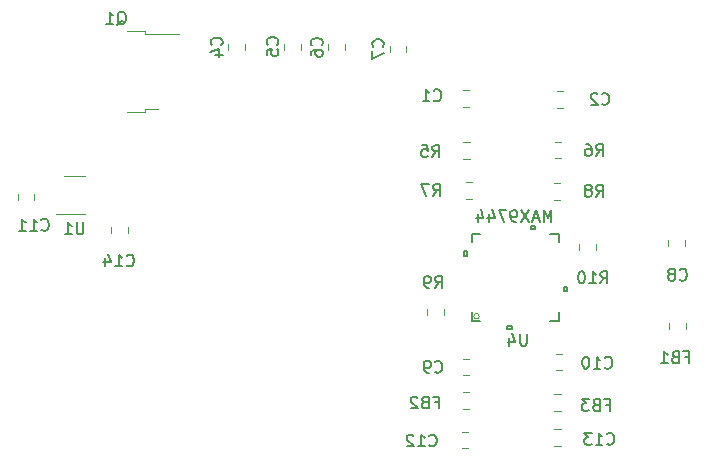
<source format=gbr>
G04 #@! TF.GenerationSoftware,KiCad,Pcbnew,(6.0.0)*
G04 #@! TF.CreationDate,2022-07-24T20:55:29-05:00*
G04 #@! TF.ProjectId,SimpleBuildSoundsAmp,53696d70-6c65-4427-9569-6c64536f756e,rev?*
G04 #@! TF.SameCoordinates,Original*
G04 #@! TF.FileFunction,Legend,Bot*
G04 #@! TF.FilePolarity,Positive*
%FSLAX46Y46*%
G04 Gerber Fmt 4.6, Leading zero omitted, Abs format (unit mm)*
G04 Created by KiCad (PCBNEW (6.0.0)) date 2022-07-24 20:55:29*
%MOMM*%
%LPD*%
G01*
G04 APERTURE LIST*
%ADD10C,0.150000*%
%ADD11C,0.120000*%
%ADD12C,0.152400*%
G04 APERTURE END LIST*
D10*
X178666666Y-56032142D02*
X178714285Y-56079761D01*
X178857142Y-56127380D01*
X178952380Y-56127380D01*
X179095238Y-56079761D01*
X179190476Y-55984523D01*
X179238095Y-55889285D01*
X179285714Y-55698809D01*
X179285714Y-55555952D01*
X179238095Y-55365476D01*
X179190476Y-55270238D01*
X179095238Y-55175000D01*
X178952380Y-55127380D01*
X178857142Y-55127380D01*
X178714285Y-55175000D01*
X178666666Y-55222619D01*
X177714285Y-56127380D02*
X178285714Y-56127380D01*
X178000000Y-56127380D02*
X178000000Y-55127380D01*
X178095238Y-55270238D01*
X178190476Y-55365476D01*
X178285714Y-55413095D01*
X160682142Y-51358333D02*
X160729761Y-51310714D01*
X160777380Y-51167857D01*
X160777380Y-51072619D01*
X160729761Y-50929761D01*
X160634523Y-50834523D01*
X160539285Y-50786904D01*
X160348809Y-50739285D01*
X160205952Y-50739285D01*
X160015476Y-50786904D01*
X159920238Y-50834523D01*
X159825000Y-50929761D01*
X159777380Y-51072619D01*
X159777380Y-51167857D01*
X159825000Y-51310714D01*
X159872619Y-51358333D01*
X160110714Y-52215476D02*
X160777380Y-52215476D01*
X159729761Y-51977380D02*
X160444047Y-51739285D01*
X160444047Y-52358333D01*
X165407142Y-51333333D02*
X165454761Y-51285714D01*
X165502380Y-51142857D01*
X165502380Y-51047619D01*
X165454761Y-50904761D01*
X165359523Y-50809523D01*
X165264285Y-50761904D01*
X165073809Y-50714285D01*
X164930952Y-50714285D01*
X164740476Y-50761904D01*
X164645238Y-50809523D01*
X164550000Y-50904761D01*
X164502380Y-51047619D01*
X164502380Y-51142857D01*
X164550000Y-51285714D01*
X164597619Y-51333333D01*
X164502380Y-52238095D02*
X164502380Y-51761904D01*
X164978571Y-51714285D01*
X164930952Y-51761904D01*
X164883333Y-51857142D01*
X164883333Y-52095238D01*
X164930952Y-52190476D01*
X164978571Y-52238095D01*
X165073809Y-52285714D01*
X165311904Y-52285714D01*
X165407142Y-52238095D01*
X165454761Y-52190476D01*
X165502380Y-52095238D01*
X165502380Y-51857142D01*
X165454761Y-51761904D01*
X165407142Y-51714285D01*
X169157142Y-51383333D02*
X169204761Y-51335714D01*
X169252380Y-51192857D01*
X169252380Y-51097619D01*
X169204761Y-50954761D01*
X169109523Y-50859523D01*
X169014285Y-50811904D01*
X168823809Y-50764285D01*
X168680952Y-50764285D01*
X168490476Y-50811904D01*
X168395238Y-50859523D01*
X168300000Y-50954761D01*
X168252380Y-51097619D01*
X168252380Y-51192857D01*
X168300000Y-51335714D01*
X168347619Y-51383333D01*
X168252380Y-52240476D02*
X168252380Y-52050000D01*
X168300000Y-51954761D01*
X168347619Y-51907142D01*
X168490476Y-51811904D01*
X168680952Y-51764285D01*
X169061904Y-51764285D01*
X169157142Y-51811904D01*
X169204761Y-51859523D01*
X169252380Y-51954761D01*
X169252380Y-52145238D01*
X169204761Y-52240476D01*
X169157142Y-52288095D01*
X169061904Y-52335714D01*
X168823809Y-52335714D01*
X168728571Y-52288095D01*
X168680952Y-52240476D01*
X168633333Y-52145238D01*
X168633333Y-51954761D01*
X168680952Y-51859523D01*
X168728571Y-51811904D01*
X168823809Y-51764285D01*
X174332142Y-51508333D02*
X174379761Y-51460714D01*
X174427380Y-51317857D01*
X174427380Y-51222619D01*
X174379761Y-51079761D01*
X174284523Y-50984523D01*
X174189285Y-50936904D01*
X173998809Y-50889285D01*
X173855952Y-50889285D01*
X173665476Y-50936904D01*
X173570238Y-50984523D01*
X173475000Y-51079761D01*
X173427380Y-51222619D01*
X173427380Y-51317857D01*
X173475000Y-51460714D01*
X173522619Y-51508333D01*
X173427380Y-51841666D02*
X173427380Y-52508333D01*
X174427380Y-52079761D01*
X199466666Y-71207142D02*
X199514285Y-71254761D01*
X199657142Y-71302380D01*
X199752380Y-71302380D01*
X199895238Y-71254761D01*
X199990476Y-71159523D01*
X200038095Y-71064285D01*
X200085714Y-70873809D01*
X200085714Y-70730952D01*
X200038095Y-70540476D01*
X199990476Y-70445238D01*
X199895238Y-70350000D01*
X199752380Y-70302380D01*
X199657142Y-70302380D01*
X199514285Y-70350000D01*
X199466666Y-70397619D01*
X198895238Y-70730952D02*
X198990476Y-70683333D01*
X199038095Y-70635714D01*
X199085714Y-70540476D01*
X199085714Y-70492857D01*
X199038095Y-70397619D01*
X198990476Y-70350000D01*
X198895238Y-70302380D01*
X198704761Y-70302380D01*
X198609523Y-70350000D01*
X198561904Y-70397619D01*
X198514285Y-70492857D01*
X198514285Y-70540476D01*
X198561904Y-70635714D01*
X198609523Y-70683333D01*
X198704761Y-70730952D01*
X198895238Y-70730952D01*
X198990476Y-70778571D01*
X199038095Y-70826190D01*
X199085714Y-70921428D01*
X199085714Y-71111904D01*
X199038095Y-71207142D01*
X198990476Y-71254761D01*
X198895238Y-71302380D01*
X198704761Y-71302380D01*
X198609523Y-71254761D01*
X198561904Y-71207142D01*
X198514285Y-71111904D01*
X198514285Y-70921428D01*
X198561904Y-70826190D01*
X198609523Y-70778571D01*
X198704761Y-70730952D01*
X178766666Y-79007142D02*
X178814285Y-79054761D01*
X178957142Y-79102380D01*
X179052380Y-79102380D01*
X179195238Y-79054761D01*
X179290476Y-78959523D01*
X179338095Y-78864285D01*
X179385714Y-78673809D01*
X179385714Y-78530952D01*
X179338095Y-78340476D01*
X179290476Y-78245238D01*
X179195238Y-78150000D01*
X179052380Y-78102380D01*
X178957142Y-78102380D01*
X178814285Y-78150000D01*
X178766666Y-78197619D01*
X178290476Y-79102380D02*
X178100000Y-79102380D01*
X178004761Y-79054761D01*
X177957142Y-79007142D01*
X177861904Y-78864285D01*
X177814285Y-78673809D01*
X177814285Y-78292857D01*
X177861904Y-78197619D01*
X177909523Y-78150000D01*
X178004761Y-78102380D01*
X178195238Y-78102380D01*
X178290476Y-78150000D01*
X178338095Y-78197619D01*
X178385714Y-78292857D01*
X178385714Y-78530952D01*
X178338095Y-78626190D01*
X178290476Y-78673809D01*
X178195238Y-78721428D01*
X178004761Y-78721428D01*
X177909523Y-78673809D01*
X177861904Y-78626190D01*
X177814285Y-78530952D01*
X193142857Y-78657142D02*
X193190476Y-78704761D01*
X193333333Y-78752380D01*
X193428571Y-78752380D01*
X193571428Y-78704761D01*
X193666666Y-78609523D01*
X193714285Y-78514285D01*
X193761904Y-78323809D01*
X193761904Y-78180952D01*
X193714285Y-77990476D01*
X193666666Y-77895238D01*
X193571428Y-77800000D01*
X193428571Y-77752380D01*
X193333333Y-77752380D01*
X193190476Y-77800000D01*
X193142857Y-77847619D01*
X192190476Y-78752380D02*
X192761904Y-78752380D01*
X192476190Y-78752380D02*
X192476190Y-77752380D01*
X192571428Y-77895238D01*
X192666666Y-77990476D01*
X192761904Y-78038095D01*
X191571428Y-77752380D02*
X191476190Y-77752380D01*
X191380952Y-77800000D01*
X191333333Y-77847619D01*
X191285714Y-77942857D01*
X191238095Y-78133333D01*
X191238095Y-78371428D01*
X191285714Y-78561904D01*
X191333333Y-78657142D01*
X191380952Y-78704761D01*
X191476190Y-78752380D01*
X191571428Y-78752380D01*
X191666666Y-78704761D01*
X191714285Y-78657142D01*
X191761904Y-78561904D01*
X191809523Y-78371428D01*
X191809523Y-78133333D01*
X191761904Y-77942857D01*
X191714285Y-77847619D01*
X191666666Y-77800000D01*
X191571428Y-77752380D01*
X178267857Y-85257142D02*
X178315476Y-85304761D01*
X178458333Y-85352380D01*
X178553571Y-85352380D01*
X178696428Y-85304761D01*
X178791666Y-85209523D01*
X178839285Y-85114285D01*
X178886904Y-84923809D01*
X178886904Y-84780952D01*
X178839285Y-84590476D01*
X178791666Y-84495238D01*
X178696428Y-84400000D01*
X178553571Y-84352380D01*
X178458333Y-84352380D01*
X178315476Y-84400000D01*
X178267857Y-84447619D01*
X177315476Y-85352380D02*
X177886904Y-85352380D01*
X177601190Y-85352380D02*
X177601190Y-84352380D01*
X177696428Y-84495238D01*
X177791666Y-84590476D01*
X177886904Y-84638095D01*
X176934523Y-84447619D02*
X176886904Y-84400000D01*
X176791666Y-84352380D01*
X176553571Y-84352380D01*
X176458333Y-84400000D01*
X176410714Y-84447619D01*
X176363095Y-84542857D01*
X176363095Y-84638095D01*
X176410714Y-84780952D01*
X176982142Y-85352380D01*
X176363095Y-85352380D01*
X193317857Y-85107142D02*
X193365476Y-85154761D01*
X193508333Y-85202380D01*
X193603571Y-85202380D01*
X193746428Y-85154761D01*
X193841666Y-85059523D01*
X193889285Y-84964285D01*
X193936904Y-84773809D01*
X193936904Y-84630952D01*
X193889285Y-84440476D01*
X193841666Y-84345238D01*
X193746428Y-84250000D01*
X193603571Y-84202380D01*
X193508333Y-84202380D01*
X193365476Y-84250000D01*
X193317857Y-84297619D01*
X192365476Y-85202380D02*
X192936904Y-85202380D01*
X192651190Y-85202380D02*
X192651190Y-84202380D01*
X192746428Y-84345238D01*
X192841666Y-84440476D01*
X192936904Y-84488095D01*
X192032142Y-84202380D02*
X191413095Y-84202380D01*
X191746428Y-84583333D01*
X191603571Y-84583333D01*
X191508333Y-84630952D01*
X191460714Y-84678571D01*
X191413095Y-84773809D01*
X191413095Y-85011904D01*
X191460714Y-85107142D01*
X191508333Y-85154761D01*
X191603571Y-85202380D01*
X191889285Y-85202380D01*
X191984523Y-85154761D01*
X192032142Y-85107142D01*
X193233333Y-81803571D02*
X193566666Y-81803571D01*
X193566666Y-82327380D02*
X193566666Y-81327380D01*
X193090476Y-81327380D01*
X192376190Y-81803571D02*
X192233333Y-81851190D01*
X192185714Y-81898809D01*
X192138095Y-81994047D01*
X192138095Y-82136904D01*
X192185714Y-82232142D01*
X192233333Y-82279761D01*
X192328571Y-82327380D01*
X192709523Y-82327380D01*
X192709523Y-81327380D01*
X192376190Y-81327380D01*
X192280952Y-81375000D01*
X192233333Y-81422619D01*
X192185714Y-81517857D01*
X192185714Y-81613095D01*
X192233333Y-81708333D01*
X192280952Y-81755952D01*
X192376190Y-81803571D01*
X192709523Y-81803571D01*
X191804761Y-81327380D02*
X191185714Y-81327380D01*
X191519047Y-81708333D01*
X191376190Y-81708333D01*
X191280952Y-81755952D01*
X191233333Y-81803571D01*
X191185714Y-81898809D01*
X191185714Y-82136904D01*
X191233333Y-82232142D01*
X191280952Y-82279761D01*
X191376190Y-82327380D01*
X191661904Y-82327380D01*
X191757142Y-82279761D01*
X191804761Y-82232142D01*
X151845238Y-49647619D02*
X151940476Y-49600000D01*
X152035714Y-49504761D01*
X152178571Y-49361904D01*
X152273809Y-49314285D01*
X152369047Y-49314285D01*
X152321428Y-49552380D02*
X152416666Y-49504761D01*
X152511904Y-49409523D01*
X152559523Y-49219047D01*
X152559523Y-48885714D01*
X152511904Y-48695238D01*
X152416666Y-48600000D01*
X152321428Y-48552380D01*
X152130952Y-48552380D01*
X152035714Y-48600000D01*
X151940476Y-48695238D01*
X151892857Y-48885714D01*
X151892857Y-49219047D01*
X151940476Y-49409523D01*
X152035714Y-49504761D01*
X152130952Y-49552380D01*
X152321428Y-49552380D01*
X150940476Y-49552380D02*
X151511904Y-49552380D01*
X151226190Y-49552380D02*
X151226190Y-48552380D01*
X151321428Y-48695238D01*
X151416666Y-48790476D01*
X151511904Y-48838095D01*
X192391666Y-60752380D02*
X192725000Y-60276190D01*
X192963095Y-60752380D02*
X192963095Y-59752380D01*
X192582142Y-59752380D01*
X192486904Y-59800000D01*
X192439285Y-59847619D01*
X192391666Y-59942857D01*
X192391666Y-60085714D01*
X192439285Y-60180952D01*
X192486904Y-60228571D01*
X192582142Y-60276190D01*
X192963095Y-60276190D01*
X191534523Y-59752380D02*
X191725000Y-59752380D01*
X191820238Y-59800000D01*
X191867857Y-59847619D01*
X191963095Y-59990476D01*
X192010714Y-60180952D01*
X192010714Y-60561904D01*
X191963095Y-60657142D01*
X191915476Y-60704761D01*
X191820238Y-60752380D01*
X191629761Y-60752380D01*
X191534523Y-60704761D01*
X191486904Y-60657142D01*
X191439285Y-60561904D01*
X191439285Y-60323809D01*
X191486904Y-60228571D01*
X191534523Y-60180952D01*
X191629761Y-60133333D01*
X191820238Y-60133333D01*
X191915476Y-60180952D01*
X191963095Y-60228571D01*
X192010714Y-60323809D01*
X178591666Y-64127380D02*
X178925000Y-63651190D01*
X179163095Y-64127380D02*
X179163095Y-63127380D01*
X178782142Y-63127380D01*
X178686904Y-63175000D01*
X178639285Y-63222619D01*
X178591666Y-63317857D01*
X178591666Y-63460714D01*
X178639285Y-63555952D01*
X178686904Y-63603571D01*
X178782142Y-63651190D01*
X179163095Y-63651190D01*
X178258333Y-63127380D02*
X177591666Y-63127380D01*
X178020238Y-64127380D01*
X192391666Y-64202380D02*
X192725000Y-63726190D01*
X192963095Y-64202380D02*
X192963095Y-63202380D01*
X192582142Y-63202380D01*
X192486904Y-63250000D01*
X192439285Y-63297619D01*
X192391666Y-63392857D01*
X192391666Y-63535714D01*
X192439285Y-63630952D01*
X192486904Y-63678571D01*
X192582142Y-63726190D01*
X192963095Y-63726190D01*
X191820238Y-63630952D02*
X191915476Y-63583333D01*
X191963095Y-63535714D01*
X192010714Y-63440476D01*
X192010714Y-63392857D01*
X191963095Y-63297619D01*
X191915476Y-63250000D01*
X191820238Y-63202380D01*
X191629761Y-63202380D01*
X191534523Y-63250000D01*
X191486904Y-63297619D01*
X191439285Y-63392857D01*
X191439285Y-63440476D01*
X191486904Y-63535714D01*
X191534523Y-63583333D01*
X191629761Y-63630952D01*
X191820238Y-63630952D01*
X191915476Y-63678571D01*
X191963095Y-63726190D01*
X192010714Y-63821428D01*
X192010714Y-64011904D01*
X191963095Y-64107142D01*
X191915476Y-64154761D01*
X191820238Y-64202380D01*
X191629761Y-64202380D01*
X191534523Y-64154761D01*
X191486904Y-64107142D01*
X191439285Y-64011904D01*
X191439285Y-63821428D01*
X191486904Y-63726190D01*
X191534523Y-63678571D01*
X191629761Y-63630952D01*
X178766666Y-71927380D02*
X179100000Y-71451190D01*
X179338095Y-71927380D02*
X179338095Y-70927380D01*
X178957142Y-70927380D01*
X178861904Y-70975000D01*
X178814285Y-71022619D01*
X178766666Y-71117857D01*
X178766666Y-71260714D01*
X178814285Y-71355952D01*
X178861904Y-71403571D01*
X178957142Y-71451190D01*
X179338095Y-71451190D01*
X178290476Y-71927380D02*
X178100000Y-71927380D01*
X178004761Y-71879761D01*
X177957142Y-71832142D01*
X177861904Y-71689285D01*
X177814285Y-71498809D01*
X177814285Y-71117857D01*
X177861904Y-71022619D01*
X177909523Y-70975000D01*
X178004761Y-70927380D01*
X178195238Y-70927380D01*
X178290476Y-70975000D01*
X178338095Y-71022619D01*
X178385714Y-71117857D01*
X178385714Y-71355952D01*
X178338095Y-71451190D01*
X178290476Y-71498809D01*
X178195238Y-71546428D01*
X178004761Y-71546428D01*
X177909523Y-71498809D01*
X177861904Y-71451190D01*
X177814285Y-71355952D01*
X192767857Y-71527380D02*
X193101190Y-71051190D01*
X193339285Y-71527380D02*
X193339285Y-70527380D01*
X192958333Y-70527380D01*
X192863095Y-70575000D01*
X192815476Y-70622619D01*
X192767857Y-70717857D01*
X192767857Y-70860714D01*
X192815476Y-70955952D01*
X192863095Y-71003571D01*
X192958333Y-71051190D01*
X193339285Y-71051190D01*
X191815476Y-71527380D02*
X192386904Y-71527380D01*
X192101190Y-71527380D02*
X192101190Y-70527380D01*
X192196428Y-70670238D01*
X192291666Y-70765476D01*
X192386904Y-70813095D01*
X191196428Y-70527380D02*
X191101190Y-70527380D01*
X191005952Y-70575000D01*
X190958333Y-70622619D01*
X190910714Y-70717857D01*
X190863095Y-70908333D01*
X190863095Y-71146428D01*
X190910714Y-71336904D01*
X190958333Y-71432142D01*
X191005952Y-71479761D01*
X191101190Y-71527380D01*
X191196428Y-71527380D01*
X191291666Y-71479761D01*
X191339285Y-71432142D01*
X191386904Y-71336904D01*
X191434523Y-71146428D01*
X191434523Y-70908333D01*
X191386904Y-70717857D01*
X191339285Y-70622619D01*
X191291666Y-70575000D01*
X191196428Y-70527380D01*
X186537964Y-75806300D02*
X186537964Y-76615824D01*
X186490345Y-76711062D01*
X186442726Y-76758681D01*
X186347488Y-76806300D01*
X186157012Y-76806300D01*
X186061774Y-76758681D01*
X186014155Y-76711062D01*
X185966536Y-76615824D01*
X185966536Y-75806300D01*
X185061774Y-76139634D02*
X185061774Y-76806300D01*
X185299869Y-75758681D02*
X185537964Y-76472967D01*
X184918917Y-76472967D01*
X188621737Y-66336420D02*
X188621737Y-65336420D01*
X188288403Y-66050706D01*
X187955070Y-65336420D01*
X187955070Y-66336420D01*
X187526499Y-66050706D02*
X187050308Y-66050706D01*
X187621737Y-66336420D02*
X187288403Y-65336420D01*
X186955070Y-66336420D01*
X186716975Y-65336420D02*
X186050308Y-66336420D01*
X186050308Y-65336420D02*
X186716975Y-66336420D01*
X185621737Y-66336420D02*
X185431260Y-66336420D01*
X185336022Y-66288801D01*
X185288403Y-66241182D01*
X185193165Y-66098325D01*
X185145546Y-65907849D01*
X185145546Y-65526897D01*
X185193165Y-65431659D01*
X185240784Y-65384040D01*
X185336022Y-65336420D01*
X185526499Y-65336420D01*
X185621737Y-65384040D01*
X185669356Y-65431659D01*
X185716975Y-65526897D01*
X185716975Y-65764992D01*
X185669356Y-65860230D01*
X185621737Y-65907849D01*
X185526499Y-65955468D01*
X185336022Y-65955468D01*
X185240784Y-65907849D01*
X185193165Y-65860230D01*
X185145546Y-65764992D01*
X184812213Y-65336420D02*
X184145546Y-65336420D01*
X184574118Y-66336420D01*
X183336022Y-65669754D02*
X183336022Y-66336420D01*
X183574118Y-65288801D02*
X183812213Y-66003087D01*
X183193165Y-66003087D01*
X182383641Y-65669754D02*
X182383641Y-66336420D01*
X182621737Y-65288801D02*
X182859832Y-66003087D01*
X182240784Y-66003087D01*
X192891666Y-56332142D02*
X192939285Y-56379761D01*
X193082142Y-56427380D01*
X193177380Y-56427380D01*
X193320238Y-56379761D01*
X193415476Y-56284523D01*
X193463095Y-56189285D01*
X193510714Y-55998809D01*
X193510714Y-55855952D01*
X193463095Y-55665476D01*
X193415476Y-55570238D01*
X193320238Y-55475000D01*
X193177380Y-55427380D01*
X193082142Y-55427380D01*
X192939285Y-55475000D01*
X192891666Y-55522619D01*
X192510714Y-55522619D02*
X192463095Y-55475000D01*
X192367857Y-55427380D01*
X192129761Y-55427380D01*
X192034523Y-55475000D01*
X191986904Y-55522619D01*
X191939285Y-55617857D01*
X191939285Y-55713095D01*
X191986904Y-55855952D01*
X192558333Y-56427380D01*
X191939285Y-56427380D01*
X178733333Y-81603571D02*
X179066666Y-81603571D01*
X179066666Y-82127380D02*
X179066666Y-81127380D01*
X178590476Y-81127380D01*
X177876190Y-81603571D02*
X177733333Y-81651190D01*
X177685714Y-81698809D01*
X177638095Y-81794047D01*
X177638095Y-81936904D01*
X177685714Y-82032142D01*
X177733333Y-82079761D01*
X177828571Y-82127380D01*
X178209523Y-82127380D01*
X178209523Y-81127380D01*
X177876190Y-81127380D01*
X177780952Y-81175000D01*
X177733333Y-81222619D01*
X177685714Y-81317857D01*
X177685714Y-81413095D01*
X177733333Y-81508333D01*
X177780952Y-81555952D01*
X177876190Y-81603571D01*
X178209523Y-81603571D01*
X177257142Y-81222619D02*
X177209523Y-81175000D01*
X177114285Y-81127380D01*
X176876190Y-81127380D01*
X176780952Y-81175000D01*
X176733333Y-81222619D01*
X176685714Y-81317857D01*
X176685714Y-81413095D01*
X176733333Y-81555952D01*
X177304761Y-82127380D01*
X176685714Y-82127380D01*
X178541666Y-60827380D02*
X178875000Y-60351190D01*
X179113095Y-60827380D02*
X179113095Y-59827380D01*
X178732142Y-59827380D01*
X178636904Y-59875000D01*
X178589285Y-59922619D01*
X178541666Y-60017857D01*
X178541666Y-60160714D01*
X178589285Y-60255952D01*
X178636904Y-60303571D01*
X178732142Y-60351190D01*
X179113095Y-60351190D01*
X177636904Y-59827380D02*
X178113095Y-59827380D01*
X178160714Y-60303571D01*
X178113095Y-60255952D01*
X178017857Y-60208333D01*
X177779761Y-60208333D01*
X177684523Y-60255952D01*
X177636904Y-60303571D01*
X177589285Y-60398809D01*
X177589285Y-60636904D01*
X177636904Y-60732142D01*
X177684523Y-60779761D01*
X177779761Y-60827380D01*
X178017857Y-60827380D01*
X178113095Y-60779761D01*
X178160714Y-60732142D01*
X199933333Y-77778571D02*
X200266666Y-77778571D01*
X200266666Y-78302380D02*
X200266666Y-77302380D01*
X199790476Y-77302380D01*
X199076190Y-77778571D02*
X198933333Y-77826190D01*
X198885714Y-77873809D01*
X198838095Y-77969047D01*
X198838095Y-78111904D01*
X198885714Y-78207142D01*
X198933333Y-78254761D01*
X199028571Y-78302380D01*
X199409523Y-78302380D01*
X199409523Y-77302380D01*
X199076190Y-77302380D01*
X198980952Y-77350000D01*
X198933333Y-77397619D01*
X198885714Y-77492857D01*
X198885714Y-77588095D01*
X198933333Y-77683333D01*
X198980952Y-77730952D01*
X199076190Y-77778571D01*
X199409523Y-77778571D01*
X197885714Y-78302380D02*
X198457142Y-78302380D01*
X198171428Y-78302380D02*
X198171428Y-77302380D01*
X198266666Y-77445238D01*
X198361904Y-77540476D01*
X198457142Y-77588095D01*
X145442857Y-66987142D02*
X145490476Y-67034761D01*
X145633333Y-67082380D01*
X145728571Y-67082380D01*
X145871428Y-67034761D01*
X145966666Y-66939523D01*
X146014285Y-66844285D01*
X146061904Y-66653809D01*
X146061904Y-66510952D01*
X146014285Y-66320476D01*
X145966666Y-66225238D01*
X145871428Y-66130000D01*
X145728571Y-66082380D01*
X145633333Y-66082380D01*
X145490476Y-66130000D01*
X145442857Y-66177619D01*
X144490476Y-67082380D02*
X145061904Y-67082380D01*
X144776190Y-67082380D02*
X144776190Y-66082380D01*
X144871428Y-66225238D01*
X144966666Y-66320476D01*
X145061904Y-66368095D01*
X143538095Y-67082380D02*
X144109523Y-67082380D01*
X143823809Y-67082380D02*
X143823809Y-66082380D01*
X143919047Y-66225238D01*
X144014285Y-66320476D01*
X144109523Y-66368095D01*
X152642857Y-70007142D02*
X152690476Y-70054761D01*
X152833333Y-70102380D01*
X152928571Y-70102380D01*
X153071428Y-70054761D01*
X153166666Y-69959523D01*
X153214285Y-69864285D01*
X153261904Y-69673809D01*
X153261904Y-69530952D01*
X153214285Y-69340476D01*
X153166666Y-69245238D01*
X153071428Y-69150000D01*
X152928571Y-69102380D01*
X152833333Y-69102380D01*
X152690476Y-69150000D01*
X152642857Y-69197619D01*
X151690476Y-70102380D02*
X152261904Y-70102380D01*
X151976190Y-70102380D02*
X151976190Y-69102380D01*
X152071428Y-69245238D01*
X152166666Y-69340476D01*
X152261904Y-69388095D01*
X150833333Y-69435714D02*
X150833333Y-70102380D01*
X151071428Y-69054761D02*
X151309523Y-69769047D01*
X150690476Y-69769047D01*
X148986904Y-66377380D02*
X148986904Y-67186904D01*
X148939285Y-67282142D01*
X148891666Y-67329761D01*
X148796428Y-67377380D01*
X148605952Y-67377380D01*
X148510714Y-67329761D01*
X148463095Y-67282142D01*
X148415476Y-67186904D01*
X148415476Y-66377380D01*
X147415476Y-67377380D02*
X147986904Y-67377380D01*
X147701190Y-67377380D02*
X147701190Y-66377380D01*
X147796428Y-66520238D01*
X147891666Y-66615476D01*
X147986904Y-66663095D01*
D11*
X181636252Y-56585000D02*
X181113748Y-56585000D01*
X181636252Y-55165000D02*
X181113748Y-55165000D01*
X162685000Y-51263748D02*
X162685000Y-51786252D01*
X161265000Y-51263748D02*
X161265000Y-51786252D01*
X167410000Y-51238748D02*
X167410000Y-51761252D01*
X165990000Y-51238748D02*
X165990000Y-51761252D01*
X171160000Y-51288748D02*
X171160000Y-51811252D01*
X169740000Y-51288748D02*
X169740000Y-51811252D01*
X174915000Y-51413748D02*
X174915000Y-51936252D01*
X176335000Y-51413748D02*
X176335000Y-51936252D01*
X199935000Y-67863748D02*
X199935000Y-68386252D01*
X198515000Y-67863748D02*
X198515000Y-68386252D01*
X181113748Y-77915000D02*
X181636252Y-77915000D01*
X181113748Y-79335000D02*
X181636252Y-79335000D01*
X188963748Y-78910000D02*
X189486252Y-78910000D01*
X188963748Y-77490000D02*
X189486252Y-77490000D01*
X181013748Y-84090000D02*
X181536252Y-84090000D01*
X181013748Y-85510000D02*
X181536252Y-85510000D01*
X188863748Y-83890000D02*
X189386252Y-83890000D01*
X188863748Y-85310000D02*
X189386252Y-85310000D01*
X188863748Y-80890000D02*
X189386252Y-80890000D01*
X188863748Y-82310000D02*
X189386252Y-82310000D01*
X154220000Y-56780000D02*
X155320000Y-56780000D01*
X154220000Y-50150000D02*
X154220000Y-50420000D01*
X152720000Y-50150000D02*
X154220000Y-50150000D01*
X154220000Y-50420000D02*
X157050000Y-50420000D01*
X152720000Y-57050000D02*
X154220000Y-57050000D01*
X154220000Y-57050000D02*
X154220000Y-56780000D01*
X189436252Y-60960000D02*
X188913748Y-60960000D01*
X189436252Y-59540000D02*
X188913748Y-59540000D01*
X181911252Y-62940000D02*
X181388748Y-62940000D01*
X181911252Y-64360000D02*
X181388748Y-64360000D01*
X188813748Y-63040000D02*
X189336252Y-63040000D01*
X188813748Y-64460000D02*
X189336252Y-64460000D01*
X179510000Y-73738748D02*
X179510000Y-74261252D01*
X178090000Y-73738748D02*
X178090000Y-74261252D01*
X192385000Y-68711252D02*
X192385000Y-68188748D01*
X190965000Y-68711252D02*
X190965000Y-68188748D01*
D12*
X189918800Y-71834501D02*
X189664800Y-71834501D01*
X189918800Y-72215501D02*
X189918800Y-71834501D01*
X188509740Y-67342000D02*
X189233000Y-67342000D01*
X181867000Y-74708000D02*
X181867000Y-73984740D01*
X181867000Y-68065260D02*
X181867000Y-67342000D01*
X187240500Y-66910200D02*
X186859500Y-66910200D01*
X182590260Y-74708000D02*
X181867000Y-74708000D01*
X189664800Y-72215501D02*
X189918800Y-72215501D01*
X181435200Y-68834499D02*
X181435200Y-69215499D01*
X184859501Y-75139800D02*
X184859501Y-75393800D01*
X189664800Y-71834501D02*
X189664800Y-72215501D01*
X185240501Y-75393800D02*
X185240501Y-75139800D01*
X181181200Y-68834499D02*
X181435200Y-68834499D01*
X186859500Y-66656200D02*
X187240500Y-66656200D01*
X185240501Y-75139800D02*
X184859501Y-75139800D01*
X181181200Y-69215499D02*
X181181200Y-68834499D01*
X184859501Y-75393800D02*
X185240501Y-75393800D01*
X189233000Y-73984740D02*
X189233000Y-74708000D01*
X186859500Y-66910200D02*
X186859500Y-66656200D01*
X187240500Y-66656200D02*
X187240500Y-66910200D01*
X189233000Y-74708000D02*
X188509740Y-74708000D01*
X189233000Y-67342000D02*
X189233000Y-68065260D01*
X181435200Y-69215499D02*
X181181200Y-69215499D01*
X181867000Y-67342000D02*
X182590260Y-67342000D01*
D11*
X182501455Y-74324460D02*
G75*
G03*
X182501455Y-74324460I-230595J0D01*
G01*
X189113748Y-55240000D02*
X189636252Y-55240000D01*
X189113748Y-56660000D02*
X189636252Y-56660000D01*
X181088748Y-82160000D02*
X181611252Y-82160000D01*
X181088748Y-80740000D02*
X181611252Y-80740000D01*
X181163748Y-61035000D02*
X181686252Y-61035000D01*
X181163748Y-59615000D02*
X181686252Y-59615000D01*
X200010000Y-74913748D02*
X200010000Y-75436252D01*
X198590000Y-74913748D02*
X198590000Y-75436252D01*
X143415000Y-64486252D02*
X143415000Y-63963748D01*
X144835000Y-64486252D02*
X144835000Y-63963748D01*
X152785000Y-67261252D02*
X152785000Y-66738748D01*
X151365000Y-67261252D02*
X151365000Y-66738748D01*
X149125000Y-65635000D02*
X146675000Y-65635000D01*
X147325000Y-62415000D02*
X149125000Y-62415000D01*
M02*

</source>
